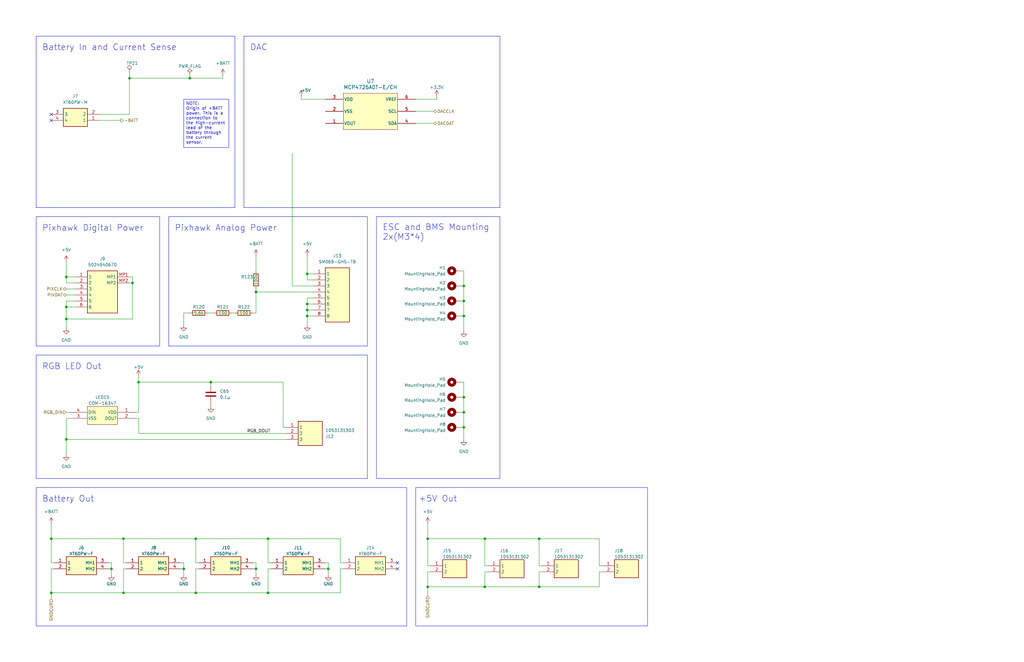
<source format=kicad_sch>
(kicad_sch (version 20230121) (generator eeschema)
  (paper "B")
  (title_block (date "2025-01-19"))
  (lib_symbols
    (symbol "Connector:TestPoint" (pin_numbers hide) (pin_names (offset 0.762) hide)
      (property "Reference" "TP1" (at 2.54 4.572 0))
      (symbol "TestPoint_0_1"
        (circle (center 0 3.302) (radius 0.762))
      )
      (symbol "TestPoint_1_1"
        (pin passive line (at 0 0 90) (length 2.54) (name "1") (number "1"))
      )
    )
    (symbol "FixedWing:1053131302"
      (property "Reference" "J" (at 16.51 7.62 0))
      (property "Value" "1053131302" (at 16.51 5.08 0))
      (symbol "1053131302_1_1"
        (rectangle (start 5.08 2.54) (end 15.24 -5.08) (stroke (width 0.254)) (fill (type background)))
        (pin passive line (at 0 -2.54 0) (length 5.08) (name "1") (number "1"))
        (pin passive line (at 0 0 0) (length 5.08) (name "2") (number "2"))
      )
    )
    (symbol "FixedWing:1053131303"
      (property "Reference" "J" (at 16.51 7.62 0))
      (property "Value" "1053131303" (at 16.51 5.08 0))
      (symbol "1053131303_1_1"
        (rectangle (start 5.08 2.54) (end 15.24 -7.62) (stroke (width 0.254)) (fill (type background)))
        (pin passive line (at 0 -5.08 0) (length 5.08) (name "1") (number "1"))
        (pin passive line (at 0 -2.54 0) (length 5.08) (name "2") (number "2"))
        (pin passive line (at 0 0 0) (length 5.08) (name "3") (number "3"))
      )
    )
    (symbol "FixedWing:5024940670"
      (property "Reference" "J" (at 19.05 7.62 0))
      (property "Value" "5024940670" (at 19.05 5.08 0))
      (symbol "5024940670_1_1"
        (rectangle (start 5.08 2.54) (end 17.78 -15.24) (stroke (width 0.254)) (fill (type background)))
        (pin passive line (at 22.86 0 180) (length 5.08) (name "1") (number "1"))
        (pin passive line (at 22.86 -2.54 180) (length 5.08) (name "2") (number "2"))
        (pin passive line (at 22.86 -5.08 180) (length 5.08) (name "3") (number "3"))
        (pin passive line (at 22.86 -7.62 180) (length 5.08) (name "4") (number "4"))
        (pin passive line (at 22.86 -10.16 180) (length 5.08) (name "5") (number "5"))
        (pin passive line (at 22.86 -12.7 180) (length 5.08) (name "6") (number "6"))
        (pin passive line (at 0 0 0) (length 5.08) (name "MP1") (number "MP1"))
        (pin passive line (at 0 -2.54 0) (length 5.08) (name "MP2") (number "MP2"))
      )
    )
    (symbol "FixedWing:COM-16347" (pin_names (offset 0.254))
      (property "Reference" "LED" (at 13.97 6.35 0))
      (property "Value" "COM-16347" (at 13.97 3.81 0))
      (symbol "COM-16347_0_1"
        (pin power_in line (at 0 0 0) (length 7.62) (name "VDD") (number "1"))
        (pin output line (at 0 -2.54 0) (length 7.62) (name "DOUT") (number "2"))
        (pin input line (at 27.94 0 180) (length 7.62) (name "DIN") (number "4"))
      )
      (symbol "COM-16347_1_1"
        (rectangle (start 7.62 2.54) (end 20.32 -5.08) (fill (type background)))
        (pin power_in line (at 27.94 -2.54 180) (length 7.62) (name "VSS") (number "3"))
      )
    )
    (symbol "FixedWing:CRCW0805100RFKEA" (pin_numbers hide) (pin_names (offset 0) hide)
      (property "Reference" "R" (at 2.54 3.81 0))
      (property "Value" "100" (at 1.27 -2.54 0))
      (symbol "CRCW0805100RFKEA_1_1"
        (rectangle (start 1.27 1.016) (end 6.35 -1.016) (stroke (width 0.254)) (fill (type background)))
        (pin passive line (at 0 0 0) (length 1.27) (name "~") (number "1"))
        (pin passive line (at 7.62 0 180) (length 1.27) (name "~") (number "2"))
      )
    )
    (symbol "FixedWing:GCJ188R72A104KA01D" (pin_numbers hide) (pin_names (offset 0) hide)
      (property "Reference" "C" (at 1.27 2.54 0))
      (property "Value" "0.1µ" (at 7.62 -2.54 0))
      (symbol "GCJ188R72A104KA01D_0_1"
        (polyline (pts (xy 3.048 -2.032) (xy 3.048 2.032)) (stroke (width 0.508)))
        (polyline (pts (xy 4.572 -2.032) (xy 4.572 2.032)) (stroke (width 0.508)))
      )
      (symbol "GCJ188R72A104KA01D_1_1"
        (pin passive line (at 0 0 0) (length 2.794) (name "~") (number "1"))
        (pin passive line (at 7.62 0 180) (length 2.794) (name "~") (number "2"))
      )
      (symbol "GCJ188R72A104KA01D_1_2"
        (polyline (pts (xy -1.905 -4.1148) (xy 1.905 -4.1148)) (stroke (width 0.2032)))
        (polyline (pts (xy -1.905 -3.4798) (xy 1.905 -3.4798)) (stroke (width 0.2032)))
        (polyline (pts (xy 0 -4.1148) (xy 0 -5.08)) (stroke (width 0.2032)))
        (polyline (pts (xy 0 -2.54) (xy 0 -3.4798)) (stroke (width 0.2032)))
        (pin unspecified line (at 0 0 270) (length 2.54) (name "") (number "1"))
        (pin unspecified line (at 0 -7.62 90) (length 2.54) (name "") (number "2"))
      )
    )
    (symbol "FixedWing:MCP4726A0T-E_CH" (pin_names (offset 0.254))
      (property "Reference" "U" (at 55.88 13.97 0))
      (property "Value" "MCP4726A0T-E/CH" (at 55.88 11.43 0))
      (symbol "MCP4726A0T-E_CH_0_1"
        (pin output line (at 10.16 -7.62 0) (length 7.62) (name "VOUT") (number "1"))
        (pin power_in line (at 10.16 -2.54 0) (length 7.62) (name "VSS") (number "2"))
        (pin power_in line (at 10.16 2.54 0) (length 7.62) (name "VDD") (number "3"))
        (pin bidirectional line (at 48.26 -7.62 180) (length 7.62) (name "SDA") (number "4"))
        (pin input line (at 48.26 -2.54 180) (length 7.62) (name "SCL") (number "5"))
        (pin unspecified line (at 48.26 2.54 180) (length 7.62) (name "VREF") (number "6"))
      )
      (symbol "MCP4726A0T-E_CH_1_1"
        (rectangle (start 17.78 5.08) (end 40.64 -10.16) (fill (type background)))
      )
    )
    (symbol "FixedWing:RC0805FR-07100KL" (pin_numbers hide) (pin_names (offset 1.016) hide)
      (property "Reference" "R" (at 2.54 1.27 0))
      (property "Value" "100k" (at 1.27 -3.81 0))
      (symbol "RC0805FR-07100KL_1_1"
        (rectangle (start 1.27 1.016) (end 6.35 -1.016) (stroke (width 0.254)) (fill (type background)))
        (pin passive line (at 0 0 0) (length 1.27) (name "~") (number "1"))
        (pin passive line (at 7.62 0 180) (length 1.27) (name "~") (number "2"))
      )
    )
    (symbol "FixedWing:RK73H2ATTD5601F" (pin_numbers hide) (pin_names (offset 1.016) hide)
      (property "Reference" "R" (at 1.27 2.54 0))
      (property "Value" "5.6k" (at 1.27 -3.81 0))
      (symbol "RK73H2ATTD5601F_1_1"
        (rectangle (start 1.27 1.016) (end 6.35 -1.016) (stroke (width 0.254)) (fill (type background)))
        (pin passive line (at 0 0 0) (length 1.27) (name "~") (number "1"))
        (pin passive line (at 7.62 0 180) (length 1.27) (name "~") (number "2"))
      )
    )
    (symbol "FixedWing:SM06B-GHS-TB_LF__SN_"
      (property "Reference" "J" (at 5.08 7.62 0))
      (property "Value" "SM06B-GHS-TB" (at 5.08 5.08 0))
      (symbol "SM06B-GHS-TB_LF__SN__1_1"
        (rectangle (start 5.08 2.54) (end 15.24 -20.32) (stroke (width 0.254)) (fill (type background)))
        (pin passive line (at 0 0 0) (length 5.08) (name "1") (number "1"))
        (pin passive line (at 0 -2.54 0) (length 5.08) (name "2") (number "2"))
        (pin passive line (at 0 -5.08 0) (length 5.08) (name "3") (number "3"))
        (pin passive line (at 0 -7.62 0) (length 5.08) (name "4") (number "4"))
        (pin passive line (at 0 -10.16 0) (length 5.08) (name "5") (number "5"))
        (pin passive line (at 0 -12.7 0) (length 5.08) (name "6") (number "6"))
        (pin passive line (at 0 -15.24 0) (length 5.08) (name "7") (number "7"))
        (pin passive line (at 0 -17.78 0) (length 5.08) (name "8") (number "8"))
      )
    )
    (symbol "FixedWing:XT60PW-F"
      (property "Reference" "J" (at 19.05 7.62 0))
      (property "Value" "XT60PW-F" (at 19.05 5.08 0))
      (symbol "XT60PW-F_1_1"
        (rectangle (start 5.08 2.54) (end 17.78 -5.08) (stroke (width 0.254)) (fill (type background)))
        (pin passive line (at 0 0 0) (length 5.08) (name "1") (number "1"))
        (pin passive line (at 0 -2.54 0) (length 5.08) (name "2") (number "2"))
        (pin passive line (at 22.86 0 180) (length 5.08) (name "MH1") (number "3"))
        (pin passive line (at 22.86 -2.54 180) (length 5.08) (name "MH2") (number "4"))
      )
    )
    (symbol "FixedWing:XT60PW-M"
      (property "Reference" "J" (at 16.51 7.62 0))
      (property "Value" "XT60PW-M" (at 16.51 5.08 0))
      (symbol "XT60PW-M_1_1"
        (rectangle (start 5.08 2.54) (end 15.24 -5.08) (stroke (width 0.254)) (fill (type background)))
        (pin passive line (at 0 0 0) (length 5.08) (name "1") (number "1"))
        (pin passive line (at 0 -2.54 0) (length 5.08) (name "2") (number "2"))
        (pin passive line (at 20.32 -2.54 180) (length 5.08) (name "3") (number "3"))
        (pin passive line (at 20.32 0 180) (length 5.08) (name "4") (number "4"))
      )
    )
    (symbol "Mechanical:MountingHole_Pad" (pin_numbers hide) (pin_names (offset 1.016) hide)
      (property "Reference" "H" (at 0 6.35 0))
      (property "Value" "MountingHole_Pad" (at 0 4.445 0))
      (symbol "MountingHole_Pad_0_1"
        (circle (center 0 1.27) (radius 1.27) (stroke (width 1.27)))
      )
      (symbol "MountingHole_Pad_1_1"
        (pin input line (at 0 -2.54 90) (length 2.54) (name "1") (number "1"))
      )
    )
    (symbol "power:+3.3V" (power) (pin_names (offset 0))
      (property "Value" "+3.3V" (at 0 3.556 0))
      (symbol "+3.3V_0_1"
        (polyline (pts (xy -0.762 1.27) (xy 0 2.54)))
        (polyline (pts (xy 0 0) (xy 0 2.54)))
        (polyline (pts (xy 0 2.54) (xy 0.762 1.27)))
      )
      (symbol "+3.3V_1_1"
        (pin power_in line (at 0 0 90) (length 0) hide (name "+3.3V") (number "1"))
      )
    )
    (symbol "power:+5V" (power) (pin_names (offset 0))
      (property "Value" "+5V" (at 0 3.556 0))
      (symbol "+5V_0_1"
        (polyline (pts (xy -0.762 1.27) (xy 0 2.54)))
        (polyline (pts (xy 0 0) (xy 0 2.54)))
        (polyline (pts (xy 0 2.54) (xy 0.762 1.27)))
      )
      (symbol "+5V_1_1"
        (pin power_in line (at 0 0 90) (length 0) hide (name "+5V") (number "1"))
      )
    )
    (symbol "power:+BATT" (power) (pin_names (offset 0))
      (property "Value" "+BATT" (at 0 3.556 0))
      (symbol "+BATT_0_1"
        (polyline (pts (xy -0.762 1.27) (xy 0 2.54)))
        (polyline (pts (xy 0 0) (xy 0 2.54)))
        (polyline (pts (xy 0 2.54) (xy 0.762 1.27)))
      )
      (symbol "+BATT_1_1"
        (pin power_in line (at 0 0 90) (length 0) hide (name "+BATT") (number "1"))
      )
    )
    (symbol "power:GND" (power) (pin_names (offset 0))
      (property "Value" "GND" (at 0 -3.81 0))
      (symbol "GND_0_1"
        (polyline (pts (xy 0 0) (xy 0 -1.27) (xy 1.27 -1.27) (xy 0 -2.54) (xy -1.27 -1.27) (xy 0 -1.27)))
      )
      (symbol "GND_1_1"
        (pin power_in line (at 0 0 270) (length 0) hide (name "GND") (number "1"))
      )
    )
    (symbol "power:PWR_FLAG" (power) (pin_numbers hide) (pin_names (offset 0) hide)
      (property "Value" "PWR_FLAG" (at 0 3.81 0))
      (symbol "PWR_FLAG_0_0"
        (pin power_out line (at 0 0 90) (length 0) (name "pwr") (number "1"))
      )
      (symbol "PWR_FLAG_0_1"
        (polyline (pts (xy 0 0) (xy 0 1.27) (xy -1.016 1.905) (xy 0 2.54) (xy 1.016 1.905) (xy 0 1.27)))
      )
    )
  )
  (junction (at 58.42 161.29))
  (junction (at 113.03 250.19))
  (junction (at 27.94 185.42))
  (junction (at 227.33 247.65))
  (junction (at 195.58 167.64))
  (junction (at 77.47 240.03))
  (junction (at 204.47 247.65))
  (junction (at 129.54 130.81))
  (junction (at 107.95 240.03))
  (junction (at 195.58 173.99))
  (junction (at 21.59 227.33))
  (junction (at 227.33 227.33))
  (junction (at 195.58 133.35))
  (junction (at 195.58 127))
  (junction (at 21.59 250.19))
  (junction (at 46.99 240.03))
  (junction (at 80.01 33.02))
  (junction (at 195.58 120.65))
  (junction (at 55.88 119.38))
  (junction (at 195.58 180.34))
  (junction (at 138.43 240.03))
  (junction (at 52.07 227.33))
  (junction (at 27.94 116.84))
  (junction (at 204.47 227.33))
  (junction (at 27.94 129.54))
  (junction (at 27.94 134.62))
  (junction (at 88.9 161.29))
  (junction (at 129.54 133.35))
  (junction (at 180.34 247.65))
  (junction (at 82.55 250.19))
  (junction (at 129.54 115.57))
  (junction (at 129.54 128.27))
  (junction (at 180.34 227.33))
  (junction (at 52.07 250.19))
  (junction (at 107.95 123.19))
  (junction (at 113.03 227.33))
  (junction (at 82.55 227.33))
  (junction (at 54.61 33.02))
  (no_connect (at 167.64 237.49))
  (no_connect (at 21.59 48.26))
  (no_connect (at 167.64 240.03))
  (no_connect (at 21.59 50.8))
  (wire (pts (xy 132.08 128.27) (xy 129.54 128.27)))
  (wire (pts (xy 120.65 180.34) (xy 119.38 180.34)))
  (wire (pts (xy 180.34 241.3) (xy 181.61 241.3)))
  (wire (pts (xy 194.31 180.34) (xy 195.58 180.34)))
  (wire (pts (xy 27.94 134.62) (xy 27.94 138.43)))
  (wire (pts (xy 27.94 129.54) (xy 31.75 129.54)))
  (wire (pts (xy 54.61 119.38) (xy 55.88 119.38)))
  (wire (pts (xy 252.73 241.3) (xy 252.73 247.65)))
  (wire (pts (xy 55.88 116.84) (xy 55.88 119.38)))
  (wire (pts (xy 52.07 227.33) (xy 82.55 227.33)))
  (wire (pts (xy 143.51 240.03) (xy 143.51 250.19)))
  (wire (pts (xy 204.47 238.76) (xy 204.47 227.33)))
  (wire (pts (xy 21.59 240.03) (xy 21.59 250.19)))
  (wire (pts (xy 132.08 118.11) (xy 129.54 118.11)))
  (wire (pts (xy 54.61 33.02) (xy 80.01 33.02)))
  (wire (pts (xy 29.21 176.53) (xy 27.94 176.53)))
  (wire (pts (xy 27.94 173.99) (xy 29.21 173.99)))
  (wire (pts (xy 227.33 247.65) (xy 252.73 247.65)))
  (wire (pts (xy 137.16 240.03) (xy 138.43 240.03)))
  (wire (pts (xy 58.42 158.75) (xy 58.42 161.29)))
  (wire (pts (xy 106.68 237.49) (xy 107.95 237.49)))
  (wire (pts (xy 52.07 250.19) (xy 82.55 250.19)))
  (wire (pts (xy 227.33 241.3) (xy 228.6 241.3)))
  (wire (pts (xy 204.47 238.76) (xy 205.74 238.76)))
  (wire (pts (xy 27.94 116.84) (xy 31.75 116.84)))
  (wire (pts (xy 52.07 240.03) (xy 52.07 250.19)))
  (wire (pts (xy 194.31 120.65) (xy 195.58 120.65)))
  (wire (pts (xy 93.98 33.02) (xy 93.98 31.75)))
  (wire (pts (xy 54.61 116.84) (xy 55.88 116.84)))
  (wire (pts (xy 204.47 227.33) (xy 227.33 227.33)))
  (wire (pts (xy 107.95 240.03) (xy 107.95 242.57)))
  (wire (pts (xy 107.95 123.19) (xy 107.95 132.08)))
  (wire (pts (xy 114.3 240.03) (xy 113.03 240.03)))
  (wire (pts (xy 195.58 173.99) (xy 195.58 180.34)))
  (wire (pts (xy 227.33 238.76) (xy 227.33 227.33)))
  (wire (pts (xy 54.61 33.02) (xy 54.61 48.26)))
  (wire (pts (xy 113.03 250.19) (xy 143.51 250.19)))
  (wire (pts (xy 80.01 33.02) (xy 93.98 33.02)))
  (wire (pts (xy 143.51 227.33) (xy 113.03 227.33)))
  (wire (pts (xy 21.59 220.98) (xy 21.59 227.33)))
  (wire (pts (xy 77.47 240.03) (xy 77.47 242.57)))
  (wire (pts (xy 77.47 132.08) (xy 80.01 132.08)))
  (wire (pts (xy 21.59 227.33) (xy 52.07 227.33)))
  (wire (pts (xy 129.54 115.57) (xy 132.08 115.57)))
  (wire (pts (xy 77.47 237.49) (xy 77.47 240.03)))
  (wire (pts (xy 182.88 52.07) (xy 175.26 52.07)))
  (wire (pts (xy 114.3 237.49) (xy 113.03 237.49)))
  (wire (pts (xy 58.42 161.29) (xy 88.9 161.29)))
  (wire (pts (xy 53.34 240.03) (xy 52.07 240.03)))
  (wire (pts (xy 113.03 237.49) (xy 113.03 227.33)))
  (wire (pts (xy 82.55 250.19) (xy 113.03 250.19)))
  (wire (pts (xy 113.03 240.03) (xy 113.03 250.19)))
  (wire (pts (xy 180.34 220.98) (xy 180.34 227.33)))
  (wire (pts (xy 180.34 247.65) (xy 204.47 247.65)))
  (wire (pts (xy 27.94 119.38) (xy 27.94 116.84)))
  (wire (pts (xy 143.51 237.49) (xy 143.51 227.33)))
  (wire (pts (xy 46.99 237.49) (xy 46.99 240.03)))
  (wire (pts (xy 76.2 240.03) (xy 77.47 240.03)))
  (wire (pts (xy 88.9 171.45) (xy 88.9 170.18)))
  (wire (pts (xy 27.94 124.46) (xy 31.75 124.46)))
  (wire (pts (xy 205.74 241.3) (xy 204.47 241.3)))
  (wire (pts (xy 180.34 238.76) (xy 181.61 238.76)))
  (wire (pts (xy 57.15 176.53) (xy 58.42 176.53)))
  (wire (pts (xy 144.78 237.49) (xy 143.51 237.49)))
  (wire (pts (xy 55.88 119.38) (xy 55.88 134.62)))
  (wire (pts (xy 58.42 161.29) (xy 58.42 173.99)))
  (wire (pts (xy 129.54 130.81) (xy 129.54 133.35)))
  (wire (pts (xy 52.07 237.49) (xy 52.07 227.33)))
  (wire (pts (xy 129.54 128.27) (xy 129.54 130.81)))
  (wire (pts (xy 107.95 237.49) (xy 107.95 240.03)))
  (wire (pts (xy 194.31 167.64) (xy 195.58 167.64)))
  (wire (pts (xy 119.38 180.34) (xy 119.38 161.29)))
  (wire (pts (xy 45.72 237.49) (xy 46.99 237.49)))
  (wire (pts (xy 113.03 227.33) (xy 82.55 227.33)))
  (wire (pts (xy 21.59 227.33) (xy 21.59 237.49)))
  (wire (pts (xy 53.34 237.49) (xy 52.07 237.49)))
  (wire (pts (xy 46.99 240.03) (xy 46.99 242.57)))
  (wire (pts (xy 27.94 185.42) (xy 120.65 185.42)))
  (wire (pts (xy 180.34 241.3) (xy 180.34 247.65)))
  (wire (pts (xy 27.94 191.77) (xy 27.94 185.42)))
  (wire (pts (xy 195.58 180.34) (xy 195.58 185.42)))
  (wire (pts (xy 195.58 167.64) (xy 195.58 173.99)))
  (wire (pts (xy 107.95 123.19) (xy 132.08 123.19)))
  (wire (pts (xy 31.75 119.38) (xy 27.94 119.38)))
  (wire (pts (xy 58.42 182.88) (xy 120.65 182.88)))
  (wire (pts (xy 194.31 114.3) (xy 195.58 114.3)))
  (wire (pts (xy 194.31 161.29) (xy 195.58 161.29)))
  (wire (pts (xy 27.94 176.53) (xy 27.94 185.42)))
  (wire (pts (xy 58.42 173.99) (xy 57.15 173.99)))
  (wire (pts (xy 22.86 237.49) (xy 21.59 237.49)))
  (wire (pts (xy 194.31 127) (xy 195.58 127)))
  (wire (pts (xy 22.86 240.03) (xy 21.59 240.03)))
  (wire (pts (xy 144.78 240.03) (xy 143.51 240.03)))
  (wire (pts (xy 54.61 31.75) (xy 54.61 33.02)))
  (wire (pts (xy 27.94 129.54) (xy 27.94 134.62)))
  (wire (pts (xy 88.9 161.29) (xy 119.38 161.29)))
  (wire (pts (xy 21.59 250.19) (xy 52.07 250.19)))
  (wire (pts (xy 184.15 40.64) (xy 184.15 41.91)))
  (wire (pts (xy 194.31 173.99) (xy 195.58 173.99)))
  (wire (pts (xy 129.54 130.81) (xy 132.08 130.81)))
  (wire (pts (xy 27.94 116.84) (xy 27.94 110.49)))
  (wire (pts (xy 106.68 132.08) (xy 107.95 132.08)))
  (wire (pts (xy 45.72 240.03) (xy 46.99 240.03)))
  (wire (pts (xy 129.54 107.95) (xy 129.54 115.57)))
  (wire (pts (xy 27.94 127) (xy 27.94 129.54)))
  (wire (pts (xy 106.68 240.03) (xy 107.95 240.03)))
  (wire (pts (xy 21.59 250.19) (xy 21.59 252.73)))
  (wire (pts (xy 180.34 247.65) (xy 180.34 251.46)))
  (wire (pts (xy 82.55 237.49) (xy 82.55 227.33)))
  (wire (pts (xy 97.79 132.08) (xy 99.06 132.08)))
  (wire (pts (xy 107.95 107.95) (xy 107.95 114.3)))
  (wire (pts (xy 252.73 227.33) (xy 227.33 227.33)))
  (wire (pts (xy 129.54 125.73) (xy 129.54 128.27)))
  (wire (pts (xy 27.94 121.92) (xy 31.75 121.92)))
  (wire (pts (xy 88.9 162.56) (xy 88.9 161.29)))
  (wire (pts (xy 137.16 237.49) (xy 138.43 237.49)))
  (wire (pts (xy 138.43 240.03) (xy 138.43 242.57)))
  (wire (pts (xy 123.19 120.65) (xy 132.08 120.65)))
  (wire (pts (xy 254 238.76) (xy 252.73 238.76)))
  (wire (pts (xy 127 40.64) (xy 127 41.91)))
  (wire (pts (xy 138.43 237.49) (xy 138.43 240.03)))
  (wire (pts (xy 80.01 31.75) (xy 80.01 33.02)))
  (wire (pts (xy 195.58 127) (xy 195.58 133.35)))
  (wire (pts (xy 76.2 237.49) (xy 77.47 237.49)))
  (wire (pts (xy 204.47 241.3) (xy 204.47 247.65)))
  (wire (pts (xy 77.47 137.16) (xy 77.47 132.08)))
  (wire (pts (xy 87.63 132.08) (xy 90.17 132.08)))
  (wire (pts (xy 194.31 133.35) (xy 195.58 133.35)))
  (wire (pts (xy 129.54 133.35) (xy 129.54 137.16)))
  (wire (pts (xy 31.75 127) (xy 27.94 127)))
  (wire (pts (xy 127 41.91) (xy 137.16 41.91)))
  (wire (pts (xy 180.34 227.33) (xy 204.47 227.33)))
  (wire (pts (xy 27.94 134.62) (xy 55.88 134.62)))
  (wire (pts (xy 132.08 125.73) (xy 129.54 125.73)))
  (wire (pts (xy 252.73 238.76) (xy 252.73 227.33)))
  (wire (pts (xy 107.95 123.19) (xy 107.95 121.92)))
  (wire (pts (xy 129.54 133.35) (xy 132.08 133.35)))
  (wire (pts (xy 195.58 161.29) (xy 195.58 167.64)))
  (wire (pts (xy 54.61 48.26) (xy 41.91 48.26)))
  (wire (pts (xy 180.34 227.33) (xy 180.34 238.76)))
  (wire (pts (xy 123.19 64.77) (xy 123.19 120.65)))
  (wire (pts (xy 195.58 114.3) (xy 195.58 120.65)))
  (wire (pts (xy 204.47 247.65) (xy 227.33 247.65)))
  (wire (pts (xy 195.58 120.65) (xy 195.58 127)))
  (wire (pts (xy 175.26 46.99) (xy 182.88 46.99)))
  (wire (pts (xy 83.82 240.03) (xy 82.55 240.03)))
  (wire (pts (xy 41.91 50.8) (xy 50.8 50.8)))
  (wire (pts (xy 195.58 133.35) (xy 195.58 139.7)))
  (wire (pts (xy 228.6 238.76) (xy 227.33 238.76)))
  (wire (pts (xy 129.54 115.57) (xy 129.54 118.11)))
  (wire (pts (xy 83.82 237.49) (xy 82.55 237.49)))
  (wire (pts (xy 82.55 240.03) (xy 82.55 250.19)))
  (wire (pts (xy 184.15 41.91) (xy 175.26 41.91)))
  (wire (pts (xy 227.33 241.3) (xy 227.33 247.65)))
  (wire (pts (xy 58.42 176.53) (xy 58.42 182.88)))
  (wire (pts (xy 252.73 241.3) (xy 254 241.3)))
  (rectangle (start 15.24 91.44) (end 67.31 146.05))
  (rectangle (start 175.26 205.74) (end 273.05 264.16))
  (rectangle (start 71.12 91.44) (end 154.94 146.05))
  (rectangle (start 15.24 15.24) (end 99.06 87.63))
  (rectangle (start 15.24 205.74) (end 171.45 264.16))
  (rectangle (start 102.87 15.24) (end 210.82 87.63))
  (rectangle (start 158.75 91.44) (end 210.82 201.93))
  (rectangle (start 15.24 149.86) (end 154.94 201.93))
  (text_box "NOTE:\nOrigin of +BATT power. This is a connection to the high-current lead of the battery through the current sensor." (at 77.47 41.91 0) (size 19.05 20.32) (effects (font (size 1.27 1.27)) (justify left top)))
  (text "Battery In and Current Sense" (at 17.78 21.59 0) (effects (font (size 2.54 2.54)) (justify left bottom)))
  (text "RGB LED Out" (at 17.78 156.21 0) (effects (font (size 2.54 2.54)) (justify left bottom)))
  (text "Battery Out" (at 17.78 212.09 0) (effects (font (size 2.54 2.54)) (justify left bottom)))
  (text "DAC" (at 105.41 21.59 0) (effects (font (size 2.54 2.54)) (justify left bottom)))
  (text "Pixhawk Analog Power" (at 73.66 97.79 0) (effects (font (size 2.54 2.54)) (justify left bottom)))
  (text "ESC and BMS Mounting\n2x(M3*4)" (at 161.29 101.6 0) (effects (font (size 2.54 2.54)) (justify left bottom)))
  (text "Pixhawk Digital Power" (at 17.78 97.79 0) (effects (font (size 2.54 2.54)) (justify left bottom)))
  (text "+5V Out" (at 176.53 212.09 0) (effects (font (size 2.54 2.54)) (justify left bottom)))
  (label "RGB_DOUT" (at 104.14 182.88 0))
  (hierarchical_label "RGB_DIN" (shape input) (at 27.94 173.99 180))
  (hierarchical_label "PIXDAT" (shape bidirectional) (at 27.94 124.46 180))
  (hierarchical_label "-BATT" (shape output) (at 50.8 50.8 0))
  (hierarchical_label "DACCLK" (shape bidirectional) (at 182.88 46.99 0))
  (hierarchical_label "DACDAT" (shape bidirectional) (at 182.88 52.07 0))
  (hierarchical_label "PIXCLK" (shape bidirectional) (at 27.94 121.92 180))
  (hierarchical_label "GNDCUR" (shape input) (at 180.34 251.46 270))
  (hierarchical_label "GNDCUR" (shape input) (at 21.59 252.73 270))
  (symbol (lib_id "Mechanical:MountingHole_Pad") (at 191.77 161.29 90) (mirror x) (unit 1)
    (property "Reference" "H5" (at 187.96 160.02 90) (effects (justify left)))
    (property "Value" "MountingHole_Pad" (at 187.96 162.56 90) (effects (justify left)))
    (property "Footprint" "MountingHole:MountingHole_3.2mm_M3_Pad_Via" (effects hide))
  )
  (symbol (lib_id "power:+5V") (at 129.54 107.95 0) (unit 1)
    (property "Reference" "#PWR073" (effects hide))
    (property "Value" "+5V" (at 129.54 102.87 0))
  )
  (symbol (lib_id "power:+5V") (at 58.42 158.75 0) (unit 1)
    (property "Reference" "#PWR066" (effects hide))
    (property "Value" "+5V" (at 58.42 154.94 0))
  )
  (symbol (lib_id "FixedWing:CRCW0805100RFKEA") (at 90.17 132.08 0) (unit 1)
    (property "Reference" "R121" (at 93.98 129.54 0))
    (property "Value" "100" (at 93.98 132.08 0))
    (property "Footprint" "RESC2012X50N" (effects hide))
    (property "Datasheet" "http://www.vishay.com/docs/20035/dcrcwe3.pdf" (effects hide))
    (property "Height" "0.5" (effects hide))
    (property "Mouser Part Number" "71-CRCW0805-100-E3" (effects hide))
    (property "Mouser Price/Stock" "https://www.mouser.co.uk/ProductDetail/Vishay-Dale/CRCW0805100RFKEA?qs=LOX6nxTstiYDPDKmuLyNLw%3D%3D" (effects hide))
    (property "Manufacturer_Name" "Vishay" (effects hide))
    (property "Manufacturer_Part_Number" "CRCW0805100RFKEA" (effects hide))
    (property "Manufacturer" "Vishay" (effects hide))
    (property "Manufacturer Part Number" "CRCW0805100RFKEA" (effects hide))
  )
  (symbol (lib_id "power:GND") (at 195.58 185.42 0) (unit 1)
    (property "Reference" "#PWR081" (effects hide))
    (property "Value" "GND" (at 195.58 190.5 0))
  )
  (symbol (lib_id "FixedWing:XT60PW-M") (at 41.91 50.8 180) (unit 1)
    (property "Reference" "J7" (at 31.75 40.64 0))
    (property "Value" "XT60PW-M" (at 31.75 43.18 0))
    (property "Footprint" "FixedWing:XT60PWM_Pad" (effects hide))
    (property "Datasheet" "https://www.tme.eu/Document/9b8d0c5eb7094295f3d3112c214d3ade/XT60PW%20SPEC.pdf" (effects hide))
    (property "Height" "8.4" (effects hide))
    (property "Manufacturer Name" "Changzou Amass Elec" (effects hide))
    (property "Manufacturer Part Number" "XT60PW-M" (effects hide))
    (property "Manufacturer" "Changzou Amass Elec" (effects hide))
  )
  (symbol (lib_id "Mechanical:MountingHole_Pad") (at 191.77 180.34 90) (mirror x) (unit 1)
    (property "Reference" "H8" (at 187.96 179.07 90) (effects (justify left)))
    (property "Value" "MountingHole_Pad" (at 187.96 181.61 90) (effects (justify left)))
    (property "Footprint" "MountingHole:MountingHole_3.2mm_M3_Pad_Via" (effects hide))
  )
  (symbol (lib_id "FixedWing:COM-16347") (at 57.15 173.99 0) (mirror y) (unit 1)
    (property "Reference" "LED15" (at 43.18 167.64 0))
    (property "Value" "COM-16347" (at 43.18 170.18 0))
    (property "Footprint" "FixedWing:COM-16347_SPK" (effects hide))
    (property "Datasheet" "https://cdn.sparkfun.com/datasheets/BreakoutBoards/WS2812B.pdf" (effects hide))
    (property "Manufacturer" "SparkFun Electronics" (effects hide))
    (property "Manufacturer Part Number" "COM-16347" (effects hide))
  )
  (symbol (lib_id "power:+BATT") (at 107.95 107.95 0) (unit 1)
    (property "Reference" "#PWR070" (effects hide))
    (property "Value" "+BATT" (at 107.95 102.87 0))
  )
  (symbol (lib_id "Connector:TestPoint") (at 54.61 31.75 0) (unit 1)
    (property "Reference" "TP21" (at 53.34 26.67 0) (effects (justify left)))
    (property "Value" "TestPoint" (effects hide))
    (property "Footprint" "TestPoint:TestPoint_Pad_D1.5mm" (effects hide))
  )
  (symbol (lib_id "FixedWing:XT60PW-F") (at 83.82 237.49 0) (unit 1)
    (property "Reference" "J10" (at 95.25 231.14 0))
    (property "Value" "XT60PW-F" (at 95.25 233.68 0))
    (property "Footprint" "FixedWing:XT60PWF" (effects hide))
    (property "Datasheet" "https://www.tme.eu/Document/1191bc2fa3aee3c446e5a895fd8f7983/XT60PW-F.pdf" (effects hide))
    (property "Height" "8.4" (effects hide))
    (property "Manufacturer Name" "Amass" (effects hide))
    (property "Manufacturer Part Number" "XT60PW-F" (effects hide))
    (property "Manufacturer" "Amass" (effects hide))
  )
  (symbol (lib_id "power:GND") (at 27.94 191.77 0) (unit 1)
    (property "Reference" "#PWR064" (effects hide))
    (property "Value" "GND" (at 27.94 196.85 0))
  )
  (symbol (lib_id "FixedWing:1053131302") (at 228.6 241.3 0) (mirror x) (unit 1)
    (property "Reference" "J17" (at 233.68 232.41 0) (effects (justify left)))
    (property "Value" "1053131302" (at 233.68 234.95 0) (effects (justify left)))
    (property "Footprint" "FixedWing:105313YY02" (effects hide))
    (property "Datasheet" "https://www.molex.com/pdm_docs/sd/1053131102_sd.pdf" (effects hide))
    (property "Height" "6.54" (effects hide))
    (property "Manufacturer" "Molex" (effects hide))
    (property "Manufacturer Part Number" "1053131302" (effects hide))
    (property "Arrow Part Number" "1053131302" (effects hide))
    (property "Arrow Price/Stock" "https://www.arrow.com/en/products/1053131302/molex?region=nac" (effects hide))
  )
  (symbol (lib_id "power:GND") (at 77.47 242.57 0) (unit 1)
    (property "Reference" "#PWR068" (effects hide))
    (property "Value" "GND" (at 77.47 246.38 0))
  )
  (symbol (lib_id "Mechanical:MountingHole_Pad") (at 191.77 133.35 90) (mirror x) (unit 1)
    (property "Reference" "H4" (at 187.96 132.08 90) (effects (justify left)))
    (property "Value" "MountingHole_Pad" (at 187.96 134.62 90) (effects (justify left)))
    (property "Footprint" "MountingHole:MountingHole_3.2mm_M3_Pad_Via" (effects hide))
  )
  (symbol (lib_id "FixedWing:GCJ188R72A104KA01D") (at 88.9 170.18 90) (unit 1)
    (property "Reference" "C65" (at 92.71 165.1 90) (effects (justify right)))
    (property "Value" "0.1µ" (at 92.71 167.64 90) (effects (justify right)))
    (property "Footprint" "FixedWing:CAP_GCJ-18_MUR" (effects hide))
    (property "Datasheet" "https://search.murata.co.jp/Ceramy/image/img/A01X/G101/ENG/GCJ21BR71A106KE01-01A.pdf" (effects hide))
    (property "Manufacturer" "Murata Electronics" (effects hide))
    (property "Manufacturer Part Number" "GCJ188R72A104KA01D" (effects hide))
  )
  (symbol (lib_id "power:+3.3V") (at 184.15 40.64 0) (unit 1)
    (property "Reference" "#PWR076" (effects hide))
    (property "Value" "+3.3V" (at 184.15 36.83 0))
  )
  (symbol (lib_id "power:PWR_FLAG") (at 80.01 31.75 0) (unit 1)
    (property "Reference" "#FLG06" (effects hide))
    (property "Value" "PWR_FLAG" (at 80.01 27.94 0))
  )
  (symbol (lib_id "power:GND") (at 107.95 242.57 0) (unit 1)
    (property "Reference" "#PWR071" (effects hide))
    (property "Value" "GND" (at 107.95 246.38 0))
  )
  (symbol (lib_id "power:GND") (at 138.43 242.57 0) (unit 1)
    (property "Reference" "#PWR075" (effects hide))
    (property "Value" "GND" (at 138.43 246.38 0))
  )
  (symbol (lib_id "Mechanical:MountingHole_Pad") (at 191.77 167.64 90) (mirror x) (unit 1)
    (property "Reference" "H6" (at 187.96 166.37 90) (effects (justify left)))
    (property "Value" "MountingHole_Pad" (at 187.96 168.91 90) (effects (justify left)))
    (property "Footprint" "MountingHole:MountingHole_3.2mm_M3_Pad_Via" (effects hide))
  )
  (symbol (lib_id "power:+BATT") (at 93.98 31.75 0) (unit 1)
    (property "Reference" "#PWR082" (effects hide))
    (property "Value" "+BATT" (at 93.98 26.67 0))
  )
  (symbol (lib_id "Mechanical:MountingHole_Pad") (at 191.77 173.99 90) (mirror x) (unit 1)
    (property "Reference" "H7" (at 187.96 172.72 90) (effects (justify left)))
    (property "Value" "MountingHole_Pad" (at 187.96 175.26 90) (effects (justify left)))
    (property "Footprint" "MountingHole:MountingHole_3.2mm_M3_Pad_Via" (effects hide))
  )
  (symbol (lib_id "FixedWing:XT60PW-F") (at 144.78 237.49 0) (unit 1)
    (property "Reference" "J14" (at 156.21 231.14 0))
    (property "Value" "XT60PW-F" (at 156.21 233.68 0))
    (property "Footprint" "FixedWing:XT60PWF_Pad" (effects hide))
    (property "Datasheet" "https://www.tme.eu/Document/1191bc2fa3aee3c446e5a895fd8f7983/XT60PW-F.pdf" (effects hide))
    (property "Height" "8.4" (effects hide))
    (property "Manufacturer Name" "Amass" (effects hide))
    (property "Manufacturer Part Number" "XT60PW-F" (effects hide))
    (property "Manufacturer" "Amass" (effects hide))
  )
  (symbol (lib_id "power:GND") (at 46.99 242.57 0) (unit 1)
    (property "Reference" "#PWR065" (effects hide))
    (property "Value" "GND" (at 46.99 246.38 0))
  )
  (symbol (lib_id "FixedWing:RC0805FR-07100KL") (at 107.95 121.92 90) (unit 1)
    (property "Reference" "R123" (at 101.6 116.84 90) (effects (justify right)))
    (property "Value" "100k" (at 107.95 115.57 0) (effects (justify right)))
    (property "Footprint" "FixedWing:RESC2012X60N" (effects hide))
    (property "Datasheet" "https://www.yageo.com/upload/media/product/products/datasheet/rchip/PYu-RC_Group_51_RoHS_L_12.pdf" (effects hide))
    (property "Manufacturer" "YAGEO" (effects hide))
    (property "Manufacturer Part Number" "RC0805FR-07100KL" (effects hide))
  )
  (symbol (lib_id "FixedWing:5024940670") (at 54.61 116.84 0) (mirror y) (unit 1)
    (property "Reference" "J9" (at 43.18 109.22 0))
    (property "Value" "5024940670" (at 43.18 111.76 0))
    (property "Footprint" "FixedWing:5024940670" (effects hide))
    (property "Datasheet" "https://www.molex.com/content/dam/molex/molex-dot-com/products/automated/en-us/salesdrawingpdf/502/502494/5024940670_sd.pdf" (effects hide))
    (property "Height" "7.1" (effects hide))
    (property "Manufacturer Name" "Molex" (effects hide))
    (property "Manufacturer Part Number" "5024940670" (effects hide))
    (property "Mouser Part Number" "538-502494-0670" (effects hide))
    (property "Mouser Price/Stock" "https://www.mouser.co.uk/ProductDetail/Molex/502494-0670?qs=zRnNmUVysJflJNy8qKc1Eg%3D%3D" (effects hide))
  )
  (symbol (lib_id "Mechanical:MountingHole_Pad") (at 191.77 114.3 90) (mirror x) (unit 1)
    (property "Reference" "H1" (at 187.96 113.03 90) (effects (justify left)))
    (property "Value" "MountingHole_Pad" (at 187.96 115.57 90) (effects (justify left)))
    (property "Footprint" "MountingHole:MountingHole_3.2mm_M3_Pad_Via" (effects hide))
  )
  (symbol (lib_id "power:GND") (at 129.54 137.16 0) (mirror y) (unit 1)
    (property "Reference" "#PWR074" (effects hide))
    (property "Value" "GND" (at 129.54 142.24 0))
  )
  (symbol (lib_id "Mechanical:MountingHole_Pad") (at 191.77 120.65 90) (mirror x) (unit 1)
    (property "Reference" "H2" (at 187.96 119.38 90) (effects (justify left)))
    (property "Value" "MountingHole_Pad" (at 187.96 121.92 90) (effects (justify left)))
    (property "Footprint" "MountingHole:MountingHole_3.2mm_M3_Pad_Via" (effects hide))
  )
  (symbol (lib_id "power:GND") (at 77.47 137.16 0) (unit 1)
    (property "Reference" "#PWR067" (effects hide))
    (property "Value" "GND" (at 77.47 142.24 0))
  )
  (symbol (lib_id "FixedWing:1053131302") (at 181.61 241.3 0) (mirror x) (unit 1)
    (property "Reference" "J15" (at 186.69 232.41 0) (effects (justify left)))
    (property "Value" "1053131302" (at 186.69 234.95 0) (effects (justify left)))
    (property "Footprint" "FixedWing:105313YY02" (effects hide))
    (property "Datasheet" "https://www.molex.com/pdm_docs/sd/1053131102_sd.pdf" (effects hide))
    (property "Height" "6.54" (effects hide))
    (property "Manufacturer" "Molex" (effects hide))
    (property "Manufacturer Part Number" "1053131302" (effects hide))
    (property "Arrow Part Number" "1053131302" (effects hide))
    (property "Arrow Price/Stock" "https://www.arrow.com/en/products/1053131302/molex?region=nac" (effects hide))
  )
  (symbol (lib_id "power:+5V") (at 127 40.64 0) (unit 1)
    (property "Reference" "#PWR072" (effects hide))
    (property "Value" "+5V" (at 127 38.1 0) (effects (justify left)))
  )
  (symbol (lib_id "FixedWing:1053131303") (at 120.65 185.42 0) (mirror x) (unit 1)
    (property "Reference" "J12" (at 137.16 184.15 0) (effects (justify left)))
    (property "Value" "1053131303" (at 137.16 181.61 0) (effects (justify left)))
    (property "Footprint" "FixedWing:105313YY03" (effects hide))
    (property "Datasheet" "https://www.molex.com/pdm_docs/sd/1053131102_sd.pdf" (effects hide))
    (property "Height" "6.54" (effects hide))
    (property "Manufacturer Name" "Molex" (effects hide))
    (property "Manufacturer Part Number" "1053131303" (effects hide))
    (property "Arrow Part Number" "1053131303" (effects hide))
    (property "Arrow Price/Stock" "https://www.arrow.com/en/products/1053131303/molex?region=nac" (effects hide))
  )
  (symbol (lib_id "power:GND") (at 88.9 171.45 0) (unit 1)
    (property "Reference" "#PWR069" (effects hide))
    (property "Value" "GND" (at 88.9 176.53 0))
  )
  (symbol (lib_id "FixedWing:XT60PW-F") (at 53.34 237.49 0) (unit 1)
    (property "Reference" "J8" (at 64.77 231.14 0))
    (property "Value" "XT60PW-F" (at 64.77 233.68 0))
    (property "Footprint" "FixedWing:XT60PWF" (effects hide))
    (property "Datasheet" "https://www.tme.eu/Document/1191bc2fa3aee3c446e5a895fd8f7983/XT60PW-F.pdf" (effects hide))
    (property "Height" "8.4" (effects hide))
    (property "Manufacturer Name" "Amass" (effects hide))
    (property "Manufacturer Part Number" "XT60PW-F" (effects hide))
    (property "Manufacturer" "Amass" (effects hide))
  )
  (symbol (lib_id "power:+5V") (at 27.94 110.49 0) (unit 1)
    (property "Reference" "#PWR062" (effects hide))
    (property "Value" "+5V" (at 27.94 105.41 0))
  )
  (symbol (lib_id "FixedWing:SM06B-GHS-TB_LF__SN_") (at 132.08 115.57 0) (unit 1)
    (property "Reference" "J13" (at 142.24 107.95 0))
    (property "Value" "SM06B-GHS-TB" (at 142.24 110.49 0))
    (property "Footprint" "FixedWing:SM06B-GHS-TB" (effects hide))
    (property "Datasheet" "https://datasheet.datasheetarchive.com/originals/distributors/Datasheets_SAMA/e4ef010dc292ea31091454f6c0afb63a.pdf" (effects hide))
    (property "Manufacturer Name" "JST (JAPAN SOLDERLESS TERMINALS)" (effects hide))
    (property "Manufacturer Part Number" "SM06B-GHS-TB(LF)(SN)" (effects hide))
    (property "Mouser Part Number" "306-SM06BGHSTBLFSN" (effects hide))
    (property "Mouser Price/Stock" "https://www.mouser.co.uk/ProductDetail/JST-Commercial/SM06B-GHS-TBLFSN?qs=dbcCsuKDzFVtzW8gaymizQ%3D%3D" (effects hide))
    (property "Arrow Part Number" "SM06B-GHS-TB(LF)(SN)" (effects hide))
    (property "Arrow Price/Stock" "https://www.arrow.com/en/products/sm06b-ghs-tb-lf-sn/jst-manufacturing" (effects hide))
  )
  (symbol (lib_id "power:GND") (at 195.58 139.7 0) (unit 1)
    (property "Reference" "#PWR080" (effects hide))
    (property "Value" "GND" (at 195.58 144.78 0))
  )
  (symbol (lib_id "FixedWing:CRCW0805100RFKEA") (at 99.06 132.08 0) (unit 1)
    (property "Reference" "R122" (at 102.87 129.54 0))
    (property "Value" "100" (at 102.87 132.08 0))
    (property "Footprint" "RESC2012X50N" (effects hide))
    (property "Datasheet" "http://www.vishay.com/docs/20035/dcrcwe3.pdf" (effects hide))
    (property "Height" "0.5" (effects hide))
    (property "Mouser Part Number" "71-CRCW0805-100-E3" (effects hide))
    (property "Mouser Price/Stock" "https://www.mouser.co.uk/ProductDetail/Vishay-Dale/CRCW0805100RFKEA?qs=LOX6nxTstiYDPDKmuLyNLw%3D%3D" (effects hide))
    (property "Manufacturer_Name" "Vishay" (effects hide))
    (property "Manufacturer_Part_Number" "CRCW0805100RFKEA" (effects hide))
    (property "Manufacturer" "Vishay" (effects hide))
    (property "Manufacturer Part Number" "CRCW0805100RFKEA" (effects hide))
  )
  (symbol (lib_id "Mechanical:MountingHole_Pad") (at 191.77 127 90) (mirror x) (unit 1)
    (property "Reference" "H3" (at 187.96 125.73 90) (effects (justify left)))
    (property "Value" "MountingHole_Pad" (at 187.96 128.27 90) (effects (justify left)))
    (property "Footprint" "MountingHole:MountingHole_3.2mm_M3_Pad_Via" (effects hide))
  )
  (symbol (lib_id "FixedWing:RK73H2ATTD5601F") (at 80.01 132.08 0) (unit 1)
    (property "Reference" "R120" (at 83.82 129.54 0))
    (property "Value" "5.6k" (at 83.82 132.08 0))
    (property "Footprint" "FixedWing:RESC2012X60N" (effects hide))
    (property "Datasheet" "https://www.koaspeer.com/pdfs/RK73H.pdf" (effects hide))
    (property "Manufacturer" "KOA Speer Electronics, Inc." (effects hide))
    (property "Manufacturer Part Number" "RK73H2ATTD5601F" (effects hide))
  )
  (symbol (lib_id "power:+BATT") (at 21.59 220.98 0) (unit 1)
    (property "Reference" "#PWR061" (effects hide))
    (property "Value" "+BATT" (at 21.59 215.9 0))
  )
  (symbol (lib_id "power:+5V") (at 180.34 220.98 0) (unit 1)
    (property "Reference" "#PWR079" (effects hide))
    (property "Value" "+5V" (at 180.34 215.9 0))
  )
  (symbol (lib_id "FixedWing:1053131302") (at 254 241.3 0) (mirror x) (unit 1)
    (property "Reference" "J18" (at 259.08 232.41 0) (effects (justify left)))
    (property "Value" "1053131302" (at 259.08 234.95 0) (effects (justify left)))
    (property "Footprint" "FixedWing:105313YY02" (effects hide))
    (property "Datasheet" "https://www.molex.com/pdm_docs/sd/1053131102_sd.pdf" (effects hide))
    (property "Height" "6.54" (effects hide))
    (property "Manufacturer" "Molex" (effects hide))
    (property "Manufacturer Part Number" "1053131302" (effects hide))
    (property "Arrow Part Number" "1053131302" (effects hide))
    (property "Arrow Price/Stock" "https://www.arrow.com/en/products/1053131302/molex?region=nac" (effects hide))
  )
  (symbol (lib_id "FixedWing:XT60PW-F") (at 22.86 237.49 0) (unit 1)
    (property "Reference" "J6" (at 34.29 231.14 0))
    (property "Value" "XT60PW-F" (at 34.29 233.68 0))
    (property "Footprint" "FixedWing:XT60PWF" (effects hide))
    (property "Datasheet" "https://www.tme.eu/Document/1191bc2fa3aee3c446e5a895fd8f7983/XT60PW-F.pdf" (effects hide))
    (property "Height" "8.4" (effects hide))
    (property "Manufacturer Name" "Amass" (effects hide))
    (property "Manufacturer Part Number" "XT60PW-F" (effects hide))
    (property "Manufacturer" "Amass" (effects hide))
  )
  (symbol (lib_id "FixedWing:XT60PW-F") (at 114.3 237.49 0) (unit 1)
    (property "Reference" "J11" (at 125.73 231.14 0))
    (property "Value" "XT60PW-F" (at 125.73 233.68 0))
    (property "Footprint" "FixedWing:XT60PWF" (effects hide))
    (property "Datasheet" "https://www.tme.eu/Document/1191bc2fa3aee3c446e5a895fd8f7983/XT60PW-F.pdf" (effects hide))
    (property "Height" "8.4" (effects hide))
    (property "Manufacturer Name" "Amass" (effects hide))
    (property "Manufacturer Part Number" "XT60PW-F" (effects hide))
    (property "Manufacturer" "Amass" (effects hide))
  )
  (symbol (lib_id "FixedWing:1053131302") (at 205.74 241.3 0) (mirror x) (unit 1)
    (property "Reference" "J16" (at 210.82 232.41 0) (effects (justify left)))
    (property "Value" "1053131302" (at 210.82 234.95 0) (effects (justify left)))
    (property "Footprint" "FixedWing:105313YY02" (effects hide))
    (property "Datasheet" "https://www.molex.com/pdm_docs/sd/1053131102_sd.pdf" (effects hide))
    (property "Height" "6.54" (effects hide))
    (property "Manufacturer" "Molex" (effects hide))
    (property "Manufacturer Part Number" "1053131302" (effects hide))
    (property "Arrow Part Number" "1053131302" (effects hide))
    (property "Arrow Price/Stock" "https://www.arrow.com/en/products/1053131302/molex?region=nac" (effects hide))
  )
  (symbol (lib_id "power:GND") (at 27.94 138.43 0) (unit 1)
    (property "Reference" "#PWR063" (effects hide))
    (property "Value" "GND" (at 27.94 143.51 0))
  )
  (symbol (lib_id "FixedWing:MCP4726A0T-E_CH") (at 127 44.45 0) (unit 1)
    (property "Reference" "U7" (at 156.21 34.29 0) (effects (font (size 1.524 1.524))))
    (property "Value" "MCP4726A0T-E/CH" (at 156.21 36.83 0) (effects (font (size 1.524 1.524))))
    (property "Footprint" "FixedWing:SOT-23-6_MC_MCH" (effects hide))
    (property "Datasheet" "https://ww1.microchip.com/downloads/en/DeviceDoc/22272C.pdf" (effects hide))
    (property "Manufacturer" "Microchip Technology" (effects hide))
    (property "Manufacturer Part Number" "MCP4726A0T-E/CH" (effects hide))
  )
)
</source>
